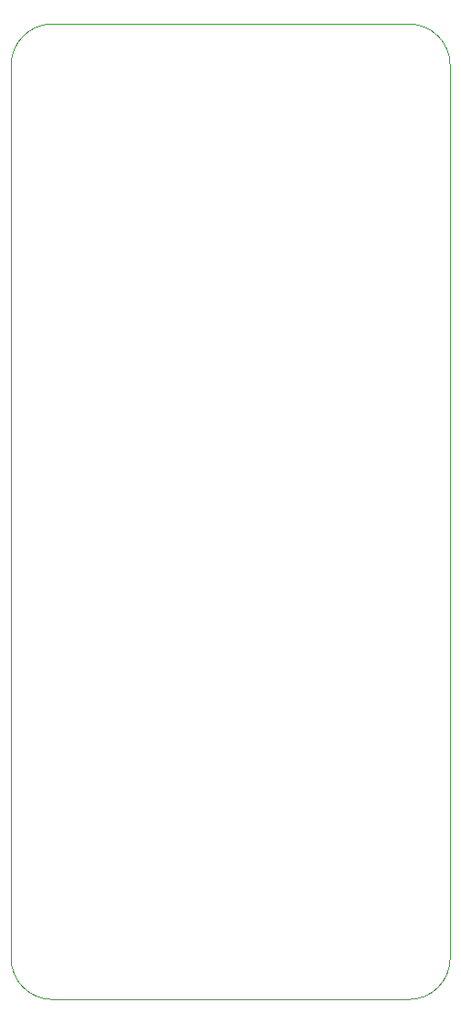
<source format=gbr>
%TF.GenerationSoftware,KiCad,Pcbnew,(5.1.12)-1*%
%TF.CreationDate,2022-01-27T23:25:20+05:30*%
%TF.ProjectId,M5_BuggyProject,4d355f42-7567-4677-9950-726f6a656374,v1.0*%
%TF.SameCoordinates,Original*%
%TF.FileFunction,Profile,NP*%
%FSLAX46Y46*%
G04 Gerber Fmt 4.6, Leading zero omitted, Abs format (unit mm)*
G04 Created by KiCad (PCBNEW (5.1.12)-1) date 2022-01-27 23:25:20*
%MOMM*%
%LPD*%
G01*
G04 APERTURE LIST*
%TA.AperFunction,Profile*%
%ADD10C,0.025400*%
%TD*%
G04 APERTURE END LIST*
D10*
X76708000Y-39116000D02*
X76708000Y-53086000D01*
X117348000Y-39116000D02*
X117348000Y-53086000D01*
X76708000Y-120396000D02*
X76708000Y-121666000D01*
X117348000Y-120396000D02*
X117348000Y-121666000D01*
X117348000Y-53086000D02*
X117348000Y-55626000D01*
X76708000Y-53086000D02*
X76708000Y-55626000D01*
X76708000Y-116586000D02*
X76708000Y-120396000D01*
X117348000Y-116586000D02*
X117348000Y-120396000D01*
X80518000Y-125476000D02*
G75*
G02*
X76708000Y-121666000I0J3810000D01*
G01*
X117348000Y-121666000D02*
G75*
G02*
X113538000Y-125476000I-3810000J0D01*
G01*
X76708000Y-39116000D02*
G75*
G02*
X80518000Y-35306000I3810000J0D01*
G01*
X113538000Y-35306000D02*
G75*
G02*
X117348000Y-39116000I0J-3810000D01*
G01*
X76708000Y-55626000D02*
X76708000Y-116586000D01*
X113538000Y-35306000D02*
X80518000Y-35306000D01*
X117348000Y-55626000D02*
X117348000Y-116586000D01*
X80518000Y-125476000D02*
X113538000Y-125476000D01*
M02*

</source>
